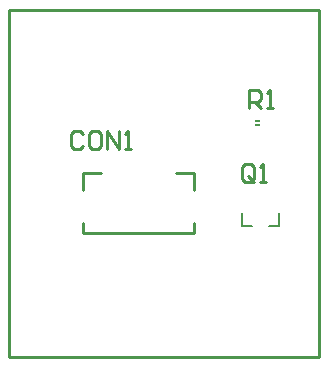
<source format=gto>
G04*
G04 #@! TF.GenerationSoftware,Altium Limited,Altium Designer,21.0.8 (223)*
G04*
G04 Layer_Color=10066329*
%FSLAX25Y25*%
%MOIN*%
G70*
G04*
G04 #@! TF.SameCoordinates,DDAD6121-85C3-450B-9C8F-5C191A547606*
G04*
G04*
G04 #@! TF.FilePolarity,Positive*
G04*
G01*
G75*
%ADD10C,0.00787*%
%ADD11C,0.01000*%
%ADD12C,0.00100*%
G36*
X120650Y88550D02*
X119350D01*
X119350Y88900D01*
X120650D01*
X120650Y88550D01*
D02*
G37*
G36*
X119350Y90450D02*
X120650D01*
Y90100D01*
X119350D01*
Y90450D01*
D02*
G37*
D10*
X115157Y55051D02*
X118504D01*
X115157D02*
Y59382D01*
X124016Y55051D02*
X127362D01*
Y59382D01*
D11*
X37570Y11400D02*
Y126900D01*
X140870D01*
Y11400D02*
Y126900D01*
X37570Y11400D02*
X140870D01*
X99126Y52500D02*
Y56000D01*
Y67000D02*
Y72500D01*
X93126D02*
X99126D01*
X62000Y67000D02*
Y72500D01*
X68000D01*
X62063Y52500D02*
X99063D01*
X62000D02*
Y56000D01*
X118999Y70800D02*
Y74798D01*
X117999Y75798D01*
X116000D01*
X115000Y74798D01*
Y70800D01*
X116000Y69800D01*
X117999D01*
X116999Y71799D02*
X118999Y69800D01*
X117999D02*
X118999Y70800D01*
X120998Y69800D02*
X122997D01*
X121998D01*
Y75798D01*
X120998Y74798D01*
X117400Y94300D02*
Y100298D01*
X120399D01*
X121399Y99298D01*
Y97299D01*
X120399Y96299D01*
X117400D01*
X119399D02*
X121399Y94300D01*
X123398D02*
X125397D01*
X124398D01*
Y100298D01*
X123398Y99298D01*
X61999Y85598D02*
X60999Y86598D01*
X59000D01*
X58000Y85598D01*
Y81600D01*
X59000Y80600D01*
X60999D01*
X61999Y81600D01*
X66997Y86598D02*
X64998D01*
X63998Y85598D01*
Y81600D01*
X64998Y80600D01*
X66997D01*
X67997Y81600D01*
Y85598D01*
X66997Y86598D01*
X69996Y80600D02*
Y86598D01*
X73995Y80600D01*
Y86598D01*
X75994Y80600D02*
X77994D01*
X76994D01*
Y86598D01*
X75994Y85598D01*
D12*
X119350Y90450D02*
X120650D01*
Y90100D02*
Y90450D01*
X119350Y90100D02*
X120650D01*
X119350D02*
Y90450D01*
X120650Y88900D02*
X120650Y88550D01*
X119350Y88900D02*
X120650D01*
X119350Y88550D02*
X119350Y88900D01*
X119350Y88550D02*
X120650D01*
M02*

</source>
